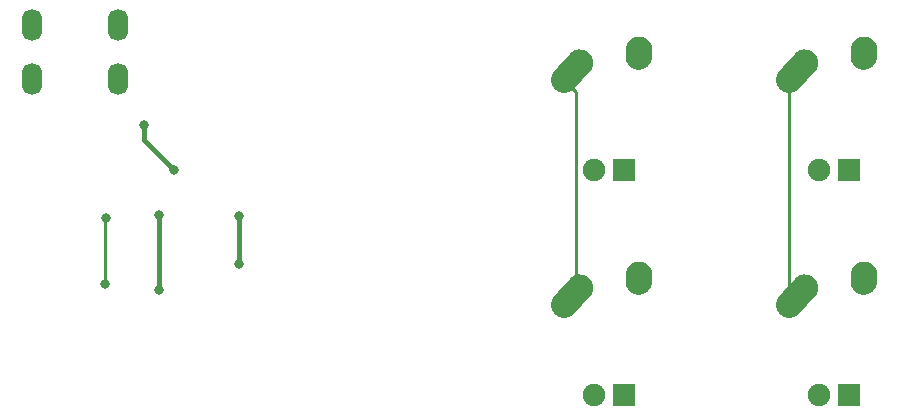
<source format=gtl>
%TF.GenerationSoftware,KiCad,Pcbnew,(5.1.8)-1*%
%TF.CreationDate,2020-12-11T14:55:26-05:00*%
%TF.ProjectId,kevins-pcb-numpad,6b657669-6e73-42d7-9063-622d6e756d70,rev?*%
%TF.SameCoordinates,Original*%
%TF.FileFunction,Copper,L1,Top*%
%TF.FilePolarity,Positive*%
%FSLAX46Y46*%
G04 Gerber Fmt 4.6, Leading zero omitted, Abs format (unit mm)*
G04 Created by KiCad (PCBNEW (5.1.8)-1) date 2020-12-11 14:55:26*
%MOMM*%
%LPD*%
G01*
G04 APERTURE LIST*
%TA.AperFunction,ComponentPad*%
%ADD10O,1.700000X2.700000*%
%TD*%
%TA.AperFunction,ComponentPad*%
%ADD11R,1.905000X1.905000*%
%TD*%
%TA.AperFunction,ComponentPad*%
%ADD12C,1.905000*%
%TD*%
%TA.AperFunction,ComponentPad*%
%ADD13C,2.250000*%
%TD*%
%TA.AperFunction,ViaPad*%
%ADD14C,0.800000*%
%TD*%
%TA.AperFunction,Conductor*%
%ADD15C,0.381000*%
%TD*%
%TA.AperFunction,Conductor*%
%ADD16C,0.254000*%
%TD*%
G04 APERTURE END LIST*
D10*
%TO.P,USB1,6*%
%TO.N,Net-(USB1-Pad6)*%
X40006250Y-81756250D03*
X47306250Y-81756250D03*
X47306250Y-86256250D03*
X40006250Y-86256250D03*
%TD*%
D11*
%TO.P,MX4,4*%
%TO.N,N/C*%
X109220000Y-113030000D03*
D12*
%TO.P,MX4,3*%
X106680000Y-113030000D03*
D13*
%TO.P,MX4,1*%
%TO.N,COL1*%
X105450000Y-103950000D03*
%TA.AperFunction,ComponentPad*%
G36*
G01*
X103388688Y-106247350D02*
X103388683Y-106247345D01*
G75*
G02*
X103302655Y-104658683I751317J837345D01*
G01*
X104612657Y-103198683D01*
G75*
G02*
X106201319Y-103112655I837345J-751317D01*
G01*
X106201319Y-103112655D01*
G75*
G02*
X106287347Y-104701317I-751317J-837345D01*
G01*
X104977345Y-106161317D01*
G75*
G02*
X103388683Y-106247345I-837345J751317D01*
G01*
G37*
%TD.AperFunction*%
%TO.P,MX4,2*%
%TO.N,Net-(D4-Pad2)*%
X110490000Y-102870000D03*
%TA.AperFunction,ComponentPad*%
G36*
G01*
X110373483Y-104572395D02*
X110372597Y-104572334D01*
G75*
G02*
X109327666Y-103372597I77403J1122334D01*
G01*
X109367666Y-102792597D01*
G75*
G02*
X110567403Y-101747666I1122334J-77403D01*
G01*
X110567403Y-101747666D01*
G75*
G02*
X111612334Y-102947403I-77403J-1122334D01*
G01*
X111572334Y-103527403D01*
G75*
G02*
X110372597Y-104572334I-1122334J77403D01*
G01*
G37*
%TD.AperFunction*%
%TD*%
%TO.P,MX3,2*%
%TO.N,Net-(D3-Pad2)*%
%TA.AperFunction,ComponentPad*%
G36*
G01*
X110373483Y-85522395D02*
X110372597Y-85522334D01*
G75*
G02*
X109327666Y-84322597I77403J1122334D01*
G01*
X109367666Y-83742597D01*
G75*
G02*
X110567403Y-82697666I1122334J-77403D01*
G01*
X110567403Y-82697666D01*
G75*
G02*
X111612334Y-83897403I-77403J-1122334D01*
G01*
X111572334Y-84477403D01*
G75*
G02*
X110372597Y-85522334I-1122334J77403D01*
G01*
G37*
%TD.AperFunction*%
X110490000Y-83820000D03*
%TO.P,MX3,1*%
%TO.N,COL1*%
%TA.AperFunction,ComponentPad*%
G36*
G01*
X103388688Y-87197350D02*
X103388683Y-87197345D01*
G75*
G02*
X103302655Y-85608683I751317J837345D01*
G01*
X104612657Y-84148683D01*
G75*
G02*
X106201319Y-84062655I837345J-751317D01*
G01*
X106201319Y-84062655D01*
G75*
G02*
X106287347Y-85651317I-751317J-837345D01*
G01*
X104977345Y-87111317D01*
G75*
G02*
X103388683Y-87197345I-837345J751317D01*
G01*
G37*
%TD.AperFunction*%
X105450000Y-84900000D03*
D12*
%TO.P,MX3,3*%
%TO.N,N/C*%
X106680000Y-93980000D03*
D11*
%TO.P,MX3,4*%
X109220000Y-93980000D03*
%TD*%
%TO.P,MX2,4*%
%TO.N,N/C*%
X90170000Y-113030000D03*
D12*
%TO.P,MX2,3*%
X87630000Y-113030000D03*
D13*
%TO.P,MX2,1*%
%TO.N,COL0*%
X86400000Y-103950000D03*
%TA.AperFunction,ComponentPad*%
G36*
G01*
X84338688Y-106247350D02*
X84338683Y-106247345D01*
G75*
G02*
X84252655Y-104658683I751317J837345D01*
G01*
X85562657Y-103198683D01*
G75*
G02*
X87151319Y-103112655I837345J-751317D01*
G01*
X87151319Y-103112655D01*
G75*
G02*
X87237347Y-104701317I-751317J-837345D01*
G01*
X85927345Y-106161317D01*
G75*
G02*
X84338683Y-106247345I-837345J751317D01*
G01*
G37*
%TD.AperFunction*%
%TO.P,MX2,2*%
%TO.N,Net-(D2-Pad2)*%
X91440000Y-102870000D03*
%TA.AperFunction,ComponentPad*%
G36*
G01*
X91323483Y-104572395D02*
X91322597Y-104572334D01*
G75*
G02*
X90277666Y-103372597I77403J1122334D01*
G01*
X90317666Y-102792597D01*
G75*
G02*
X91517403Y-101747666I1122334J-77403D01*
G01*
X91517403Y-101747666D01*
G75*
G02*
X92562334Y-102947403I-77403J-1122334D01*
G01*
X92522334Y-103527403D01*
G75*
G02*
X91322597Y-104572334I-1122334J77403D01*
G01*
G37*
%TD.AperFunction*%
%TD*%
D11*
%TO.P,MX1,4*%
%TO.N,N/C*%
X90170000Y-93980000D03*
D12*
%TO.P,MX1,3*%
X87630000Y-93980000D03*
D13*
%TO.P,MX1,1*%
%TO.N,COL0*%
X86400000Y-84900000D03*
%TA.AperFunction,ComponentPad*%
G36*
G01*
X84338688Y-87197350D02*
X84338683Y-87197345D01*
G75*
G02*
X84252655Y-85608683I751317J837345D01*
G01*
X85562657Y-84148683D01*
G75*
G02*
X87151319Y-84062655I837345J-751317D01*
G01*
X87151319Y-84062655D01*
G75*
G02*
X87237347Y-85651317I-751317J-837345D01*
G01*
X85927345Y-87111317D01*
G75*
G02*
X84338683Y-87197345I-837345J751317D01*
G01*
G37*
%TD.AperFunction*%
%TO.P,MX1,2*%
%TO.N,Net-(D1-Pad2)*%
X91440000Y-83820000D03*
%TA.AperFunction,ComponentPad*%
G36*
G01*
X91323483Y-85522395D02*
X91322597Y-85522334D01*
G75*
G02*
X90277666Y-84322597I77403J1122334D01*
G01*
X90317666Y-83742597D01*
G75*
G02*
X91517403Y-82697666I1122334J-77403D01*
G01*
X91517403Y-82697666D01*
G75*
G02*
X92562334Y-83897403I-77403J-1122334D01*
G01*
X92522334Y-84477403D01*
G75*
G02*
X91322597Y-85522334I-1122334J77403D01*
G01*
G37*
%TD.AperFunction*%
%TD*%
D14*
%TO.N,GND*%
X50800000Y-104140000D03*
X50800000Y-97790000D03*
X52070000Y-93980000D03*
X49530000Y-90170000D03*
%TO.N,+5V*%
X57531000Y-101981000D03*
X57537250Y-97910750D03*
%TO.N,Net-(R3-Pad2)*%
X46228000Y-103632000D03*
X46282500Y-98098500D03*
%TD*%
D15*
%TO.N,GND*%
X50800000Y-104140000D02*
X50800000Y-97790000D01*
X49530000Y-91440000D02*
X49530000Y-90170000D01*
X52070000Y-93980000D02*
X49530000Y-91440000D01*
%TO.N,+5V*%
X57531000Y-97917000D02*
X57537250Y-97910750D01*
X57531000Y-101981000D02*
X57531000Y-97917000D01*
D16*
%TO.N,COL0*%
X86106000Y-87376000D02*
X85090000Y-86360000D01*
X86106000Y-103656000D02*
X86106000Y-87376000D01*
X86400000Y-103950000D02*
X86106000Y-103656000D01*
%TO.N,COL1*%
X104140000Y-86360000D02*
X104140000Y-105410000D01*
%TO.N,Net-(R3-Pad2)*%
X46228000Y-98153000D02*
X46282500Y-98098500D01*
X46228000Y-103632000D02*
X46228000Y-98153000D01*
%TD*%
M02*

</source>
